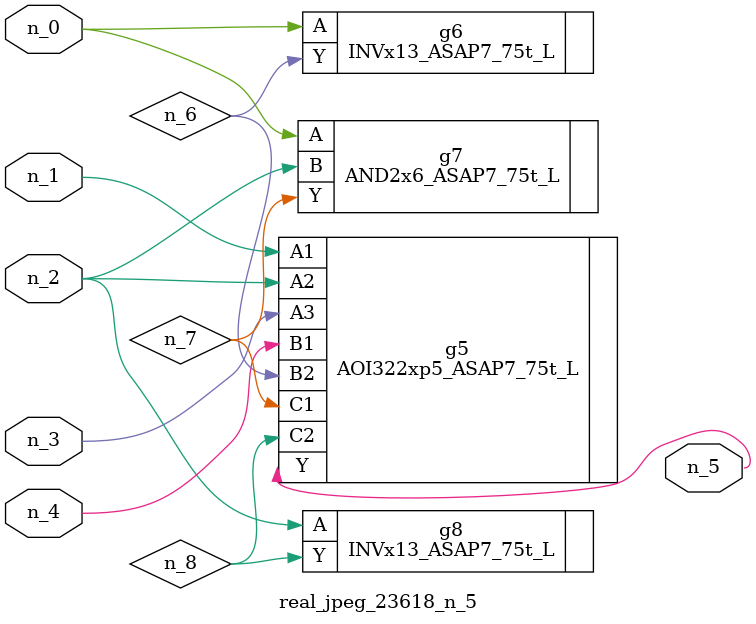
<source format=v>
module real_jpeg_23618_n_5 (n_4, n_0, n_1, n_2, n_3, n_5);

input n_4;
input n_0;
input n_1;
input n_2;
input n_3;

output n_5;

wire n_8;
wire n_6;
wire n_7;

INVx13_ASAP7_75t_L g6 ( 
.A(n_0),
.Y(n_6)
);

AND2x6_ASAP7_75t_L g7 ( 
.A(n_0),
.B(n_2),
.Y(n_7)
);

AOI322xp5_ASAP7_75t_L g5 ( 
.A1(n_1),
.A2(n_2),
.A3(n_3),
.B1(n_4),
.B2(n_6),
.C1(n_7),
.C2(n_8),
.Y(n_5)
);

INVx13_ASAP7_75t_L g8 ( 
.A(n_2),
.Y(n_8)
);


endmodule
</source>
